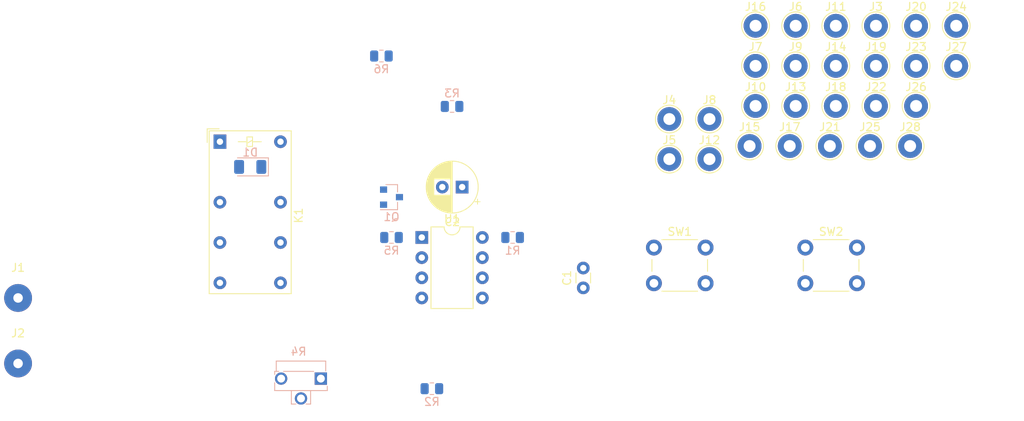
<source format=kicad_pcb>
(kicad_pcb (version 20171130) (host pcbnew "(5.1.8)-1")

  (general
    (thickness 1.6)
    (drawings 0)
    (tracks 2)
    (zones 0)
    (modules 42)
    (nets 15)
  )

  (page A4)
  (layers
    (0 F.Cu signal)
    (31 B.Cu signal)
    (32 B.Adhes user)
    (33 F.Adhes user)
    (34 B.Paste user)
    (35 F.Paste user)
    (36 B.SilkS user)
    (37 F.SilkS user)
    (38 B.Mask user)
    (39 F.Mask user)
    (40 Dwgs.User user)
    (41 Cmts.User user)
    (42 Eco1.User user)
    (43 Eco2.User user)
    (44 Edge.Cuts user)
    (45 Margin user)
    (46 B.CrtYd user)
    (47 F.CrtYd user)
    (48 B.Fab user)
    (49 F.Fab user)
  )

  (setup
    (last_trace_width 0.25)
    (user_trace_width 1)
    (user_trace_width 2)
    (user_trace_width 2.6)
    (trace_clearance 0.2)
    (zone_clearance 0.508)
    (zone_45_only no)
    (trace_min 0.2)
    (via_size 0.8)
    (via_drill 0.4)
    (via_min_size 0.4)
    (via_min_drill 0.3)
    (uvia_size 0.3)
    (uvia_drill 0.1)
    (uvias_allowed no)
    (uvia_min_size 0.2)
    (uvia_min_drill 0.1)
    (edge_width 0.05)
    (segment_width 0.2)
    (pcb_text_width 0.3)
    (pcb_text_size 1.5 1.5)
    (mod_edge_width 0.12)
    (mod_text_size 1 1)
    (mod_text_width 0.15)
    (pad_size 1.524 1.524)
    (pad_drill 0.762)
    (pad_to_mask_clearance 0.051)
    (solder_mask_min_width 0.25)
    (aux_axis_origin 0 0)
    (visible_elements 7FFFFFFF)
    (pcbplotparams
      (layerselection 0x010fc_ffffffff)
      (usegerberextensions false)
      (usegerberattributes false)
      (usegerberadvancedattributes false)
      (creategerberjobfile false)
      (excludeedgelayer true)
      (linewidth 0.100000)
      (plotframeref false)
      (viasonmask false)
      (mode 1)
      (useauxorigin false)
      (hpglpennumber 1)
      (hpglpenspeed 20)
      (hpglpendiameter 15.000000)
      (psnegative false)
      (psa4output false)
      (plotreference true)
      (plotvalue true)
      (plotinvisibletext false)
      (padsonsilk false)
      (subtractmaskfromsilk false)
      (outputformat 1)
      (mirror false)
      (drillshape 1)
      (scaleselection 1)
      (outputdirectory ""))
  )

  (net 0 "")
  (net 1 GND)
  (net 2 "Net-(C1-Pad1)")
  (net 3 "Net-(C2-Pad1)")
  (net 4 "Net-(D1-Pad2)")
  (net 5 +12V)
  (net 6 "Net-(K1-Pad12)")
  (net 7 "Net-(K1-Pad22)")
  (net 8 "Net-(Q1-Pad2)")
  (net 9 "Net-(R1-Pad2)")
  (net 10 "Net-(R2-Pad2)")
  (net 11 "Net-(J10-Pad1)")
  (net 12 "Net-(J18-Pad1)")
  (net 13 "Net-(R3-Pad2)")
  (net 14 "Net-(R5-Pad1)")

  (net_class Default "Toto je výchozí třída sítě."
    (clearance 0.2)
    (trace_width 0.25)
    (via_dia 0.8)
    (via_drill 0.4)
    (uvia_dia 0.3)
    (uvia_drill 0.1)
    (add_net +12V)
    (add_net GND)
    (add_net "Net-(C1-Pad1)")
    (add_net "Net-(C2-Pad1)")
    (add_net "Net-(D1-Pad2)")
    (add_net "Net-(J10-Pad1)")
    (add_net "Net-(J18-Pad1)")
    (add_net "Net-(K1-Pad12)")
    (add_net "Net-(K1-Pad22)")
    (add_net "Net-(Q1-Pad2)")
    (add_net "Net-(R1-Pad2)")
    (add_net "Net-(R2-Pad2)")
    (add_net "Net-(R3-Pad2)")
    (add_net "Net-(R5-Pad1)")
  )

  (module Capacitor_THT:C_Disc_D3.0mm_W1.6mm_P2.50mm (layer F.Cu) (tedit 5AE50EF0) (tstamp 5FCFFCFB)
    (at 175.26 76.2 90)
    (descr "C, Disc series, Radial, pin pitch=2.50mm, , diameter*width=3.0*1.6mm^2, Capacitor, http://www.vishay.com/docs/45233/krseries.pdf")
    (tags "C Disc series Radial pin pitch 2.50mm  diameter 3.0mm width 1.6mm Capacitor")
    (path /5FD2F872)
    (fp_text reference C1 (at 1.25 -2.05 90) (layer F.SilkS)
      (effects (font (size 1 1) (thickness 0.15)))
    )
    (fp_text value 100n (at 1.25 2.05 90) (layer F.Fab)
      (effects (font (size 1 1) (thickness 0.15)))
    )
    (fp_text user %R (at 1.25 0 90) (layer F.Fab)
      (effects (font (size 0.6 0.6) (thickness 0.09)))
    )
    (fp_line (start -0.25 -0.8) (end -0.25 0.8) (layer F.Fab) (width 0.1))
    (fp_line (start -0.25 0.8) (end 2.75 0.8) (layer F.Fab) (width 0.1))
    (fp_line (start 2.75 0.8) (end 2.75 -0.8) (layer F.Fab) (width 0.1))
    (fp_line (start 2.75 -0.8) (end -0.25 -0.8) (layer F.Fab) (width 0.1))
    (fp_line (start 0.621 -0.92) (end 1.879 -0.92) (layer F.SilkS) (width 0.12))
    (fp_line (start 0.621 0.92) (end 1.879 0.92) (layer F.SilkS) (width 0.12))
    (fp_line (start -1.05 -1.05) (end -1.05 1.05) (layer F.CrtYd) (width 0.05))
    (fp_line (start -1.05 1.05) (end 3.55 1.05) (layer F.CrtYd) (width 0.05))
    (fp_line (start 3.55 1.05) (end 3.55 -1.05) (layer F.CrtYd) (width 0.05))
    (fp_line (start 3.55 -1.05) (end -1.05 -1.05) (layer F.CrtYd) (width 0.05))
    (pad 2 thru_hole circle (at 2.5 0 90) (size 1.6 1.6) (drill 0.8) (layers *.Cu *.Mask)
      (net 1 GND))
    (pad 1 thru_hole circle (at 0 0 90) (size 1.6 1.6) (drill 0.8) (layers *.Cu *.Mask)
      (net 2 "Net-(C1-Pad1)"))
    (model ${KISYS3DMOD}/Capacitor_THT.3dshapes/C_Disc_D3.0mm_W1.6mm_P2.50mm.wrl
      (at (xyz 0 0 0))
      (scale (xyz 1 1 1))
      (rotate (xyz 0 0 0))
    )
  )

  (module Resistor_SMD:R_0805_2012Metric (layer B.Cu) (tedit 5F68FEEE) (tstamp 5FD9D720)
    (at 149.86 46.99)
    (descr "Resistor SMD 0805 (2012 Metric), square (rectangular) end terminal, IPC_7351 nominal, (Body size source: IPC-SM-782 page 72, https://www.pcb-3d.com/wordpress/wp-content/uploads/ipc-sm-782a_amendment_1_and_2.pdf), generated with kicad-footprint-generator")
    (tags resistor)
    (path /5FCFBC16)
    (attr smd)
    (fp_text reference R6 (at 0 1.65) (layer B.SilkS)
      (effects (font (size 1 1) (thickness 0.15)) (justify mirror))
    )
    (fp_text value 10k (at 0 -1.65) (layer B.Fab)
      (effects (font (size 1 1) (thickness 0.15)) (justify mirror))
    )
    (fp_text user %R (at 0 0) (layer B.Fab)
      (effects (font (size 0.5 0.5) (thickness 0.08)) (justify mirror))
    )
    (fp_line (start -1 -0.625) (end -1 0.625) (layer B.Fab) (width 0.1))
    (fp_line (start -1 0.625) (end 1 0.625) (layer B.Fab) (width 0.1))
    (fp_line (start 1 0.625) (end 1 -0.625) (layer B.Fab) (width 0.1))
    (fp_line (start 1 -0.625) (end -1 -0.625) (layer B.Fab) (width 0.1))
    (fp_line (start -0.227064 0.735) (end 0.227064 0.735) (layer B.SilkS) (width 0.12))
    (fp_line (start -0.227064 -0.735) (end 0.227064 -0.735) (layer B.SilkS) (width 0.12))
    (fp_line (start -1.68 -0.95) (end -1.68 0.95) (layer B.CrtYd) (width 0.05))
    (fp_line (start -1.68 0.95) (end 1.68 0.95) (layer B.CrtYd) (width 0.05))
    (fp_line (start 1.68 0.95) (end 1.68 -0.95) (layer B.CrtYd) (width 0.05))
    (fp_line (start 1.68 -0.95) (end -1.68 -0.95) (layer B.CrtYd) (width 0.05))
    (pad 2 smd roundrect (at 0.9125 0) (size 1.025 1.4) (layers B.Cu B.Paste B.Mask) (roundrect_rratio 0.243902)
      (net 1 GND))
    (pad 1 smd roundrect (at -0.9125 0) (size 1.025 1.4) (layers B.Cu B.Paste B.Mask) (roundrect_rratio 0.243902)
      (net 8 "Net-(Q1-Pad2)"))
    (model ${KISYS3DMOD}/Resistor_SMD.3dshapes/R_0805_2012Metric.wrl
      (at (xyz 0 0 0))
      (scale (xyz 1 1 1))
      (rotate (xyz 0 0 0))
    )
  )

  (module Potentiometer_THT:Potentiometer_Runtron_RM-063_Horizontal (layer B.Cu) (tedit 5BF67573) (tstamp 5FCFFE81)
    (at 142.24 87.63 180)
    (descr "Potentiometer, horizontal, Trimmer, RM-063 http://www.runtron.com/down/PDF%20Datasheet/Carbon%20Film%20Potentiometer/RM065%20RM063.pdf")
    (tags "Potentiometer Trimmer RM-063")
    (path /5FF56959)
    (fp_text reference R4 (at 2.8 3.4) (layer B.SilkS)
      (effects (font (size 1 1) (thickness 0.15)) (justify mirror))
    )
    (fp_text value 50k (at 2.4 -4.5) (layer B.Fab)
      (effects (font (size 1 1) (thickness 0.15)) (justify mirror))
    )
    (fp_text user %R (at 2.5 -0.3) (layer B.Fab)
      (effects (font (size 1 1) (thickness 0.15)) (justify mirror))
    )
    (fp_line (start -0.7 0.8) (end -0.7 -1.4) (layer B.Fab) (width 0.1))
    (fp_line (start 5.7 -1.4) (end 5.7 0.8) (layer B.Fab) (width 0.1))
    (fp_line (start -0.5 0.8) (end -0.5 2.1) (layer B.Fab) (width 0.1))
    (fp_line (start -0.5 2.1) (end 5.5 2.1) (layer B.Fab) (width 0.1))
    (fp_line (start 5.5 0.8) (end 5.5 2.1) (layer B.Fab) (width 0.1))
    (fp_line (start 5.7 0.8) (end -0.7 0.8) (layer B.Fab) (width 0.1))
    (fp_line (start 6.03 -3.53) (end -1.03 -3.53) (layer B.CrtYd) (width 0.05))
    (fp_line (start 6.03 -3.53) (end 6.03 2.35) (layer B.CrtYd) (width 0.05))
    (fp_line (start -1.03 2.35) (end -1.03 -3.53) (layer B.CrtYd) (width 0.05))
    (fp_line (start -1.03 2.35) (end 6.03 2.35) (layer B.CrtYd) (width 0.05))
    (fp_line (start 5.7 -1.4) (end -0.7 -1.4) (layer B.Fab) (width 0.1))
    (fp_line (start 3.6 -1.4) (end 3.6 -3.1) (layer B.Fab) (width 0.1))
    (fp_line (start 1.4 -3.1) (end 1.4 -1.4) (layer B.Fab) (width 0.1))
    (fp_line (start 3.6 -3.1) (end 1.4 -3.1) (layer B.Fab) (width 0.1))
    (fp_line (start -0.61 0.96) (end -0.61 2.2) (layer B.SilkS) (width 0.12))
    (fp_line (start -0.61 2.21) (end 5.61 2.21) (layer B.SilkS) (width 0.12))
    (fp_line (start 5.61 2.21) (end 5.61 0.91) (layer B.SilkS) (width 0.12))
    (fp_line (start 0.9 0.91) (end 4.7 0.91) (layer B.SilkS) (width 0.12))
    (fp_line (start -0.81 -0.96) (end -0.81 -1.51) (layer B.SilkS) (width 0.12))
    (fp_line (start -0.81 -1.51) (end 5.81 -1.51) (layer B.SilkS) (width 0.12))
    (fp_line (start 5.81 -1.51) (end 5.81 -0.52) (layer B.SilkS) (width 0.12))
    (fp_line (start 5.29 0.91) (end 5.81 0.91) (layer B.SilkS) (width 0.12))
    (fp_line (start 5.81 0.91) (end 5.81 0.52) (layer B.SilkS) (width 0.12))
    (fp_line (start 1.29 -1.51) (end 1.29 -3.21) (layer B.SilkS) (width 0.12))
    (fp_line (start 3.71 -1.51) (end 3.71 -3.21) (layer B.SilkS) (width 0.12))
    (fp_line (start 1.29 -3.21) (end 1.86 -3.21) (layer B.SilkS) (width 0.12))
    (fp_line (start 3.14 -3.21) (end 3.71 -3.21) (layer B.SilkS) (width 0.12))
    (pad 3 thru_hole circle (at 5 0 180) (size 1.55 1.55) (drill 1) (layers *.Cu *.Mask))
    (pad 1 thru_hole rect (at 0 0 180) (size 1.55 1.55) (drill 1) (layers *.Cu *.Mask)
      (net 9 "Net-(R1-Pad2)"))
    (pad 2 thru_hole circle (at 2.5 -2.5 180) (size 1.55 1.55) (drill 1) (layers *.Cu *.Mask)
      (net 3 "Net-(C2-Pad1)"))
    (model ${KISYS3DMOD}/Potentiometer_THT.3dshapes/Potentiometer_Runtron_RM-063_Horizontal.wrl
      (at (xyz 0 0 0))
      (scale (xyz 1 1 1))
      (rotate (xyz 0 0 0))
    )
  )

  (module Diode_SMD:D_1206_3216Metric (layer B.Cu) (tedit 5F68FEF0) (tstamp 5FCFFDAE)
    (at 133.35 60.96 180)
    (descr "Diode SMD 1206 (3216 Metric), square (rectangular) end terminal, IPC_7351 nominal, (Body size source: http://www.tortai-tech.com/upload/download/2011102023233369053.pdf), generated with kicad-footprint-generator")
    (tags diode)
    (path /5FD092BB)
    (attr smd)
    (fp_text reference D1 (at 0 1.82) (layer B.SilkS)
      (effects (font (size 1 1) (thickness 0.15)) (justify mirror))
    )
    (fp_text value 1N4001 (at 0 -1.82) (layer B.Fab)
      (effects (font (size 1 1) (thickness 0.15)) (justify mirror))
    )
    (fp_text user %R (at 0 0) (layer B.Fab)
      (effects (font (size 0.8 0.8) (thickness 0.12)) (justify mirror))
    )
    (fp_line (start 1.6 0.8) (end -1.2 0.8) (layer B.Fab) (width 0.1))
    (fp_line (start -1.2 0.8) (end -1.6 0.4) (layer B.Fab) (width 0.1))
    (fp_line (start -1.6 0.4) (end -1.6 -0.8) (layer B.Fab) (width 0.1))
    (fp_line (start -1.6 -0.8) (end 1.6 -0.8) (layer B.Fab) (width 0.1))
    (fp_line (start 1.6 -0.8) (end 1.6 0.8) (layer B.Fab) (width 0.1))
    (fp_line (start 1.6 1.135) (end -2.285 1.135) (layer B.SilkS) (width 0.12))
    (fp_line (start -2.285 1.135) (end -2.285 -1.135) (layer B.SilkS) (width 0.12))
    (fp_line (start -2.285 -1.135) (end 1.6 -1.135) (layer B.SilkS) (width 0.12))
    (fp_line (start -2.28 -1.12) (end -2.28 1.12) (layer B.CrtYd) (width 0.05))
    (fp_line (start -2.28 1.12) (end 2.28 1.12) (layer B.CrtYd) (width 0.05))
    (fp_line (start 2.28 1.12) (end 2.28 -1.12) (layer B.CrtYd) (width 0.05))
    (fp_line (start 2.28 -1.12) (end -2.28 -1.12) (layer B.CrtYd) (width 0.05))
    (pad 2 smd roundrect (at 1.4 0 180) (size 1.25 1.75) (layers B.Cu B.Paste B.Mask) (roundrect_rratio 0.2)
      (net 4 "Net-(D1-Pad2)"))
    (pad 1 smd roundrect (at -1.4 0 180) (size 1.25 1.75) (layers B.Cu B.Paste B.Mask) (roundrect_rratio 0.2)
      (net 5 +12V))
    (model ${KISYS3DMOD}/Diode_SMD.3dshapes/D_1206_3216Metric.wrl
      (at (xyz 0 0 0))
      (scale (xyz 1 1 1))
      (rotate (xyz 0 0 0))
    )
  )

  (module Resistor_SMD:R_0805_2012Metric (layer B.Cu) (tedit 5F68FEEE) (tstamp 5FCFFE98)
    (at 151.13 69.85)
    (descr "Resistor SMD 0805 (2012 Metric), square (rectangular) end terminal, IPC_7351 nominal, (Body size source: IPC-SM-782 page 72, https://www.pcb-3d.com/wordpress/wp-content/uploads/ipc-sm-782a_amendment_1_and_2.pdf), generated with kicad-footprint-generator")
    (tags resistor)
    (path /5FD01970)
    (attr smd)
    (fp_text reference R5 (at 0 1.65) (layer B.SilkS)
      (effects (font (size 1 1) (thickness 0.15)) (justify mirror))
    )
    (fp_text value 4k7 (at 0 -1.65) (layer B.Fab)
      (effects (font (size 1 1) (thickness 0.15)) (justify mirror))
    )
    (fp_text user %R (at 0 0) (layer B.Fab)
      (effects (font (size 0.5 0.5) (thickness 0.08)) (justify mirror))
    )
    (fp_line (start -1 -0.625) (end -1 0.625) (layer B.Fab) (width 0.1))
    (fp_line (start -1 0.625) (end 1 0.625) (layer B.Fab) (width 0.1))
    (fp_line (start 1 0.625) (end 1 -0.625) (layer B.Fab) (width 0.1))
    (fp_line (start 1 -0.625) (end -1 -0.625) (layer B.Fab) (width 0.1))
    (fp_line (start -0.227064 0.735) (end 0.227064 0.735) (layer B.SilkS) (width 0.12))
    (fp_line (start -0.227064 -0.735) (end 0.227064 -0.735) (layer B.SilkS) (width 0.12))
    (fp_line (start -1.68 -0.95) (end -1.68 0.95) (layer B.CrtYd) (width 0.05))
    (fp_line (start -1.68 0.95) (end 1.68 0.95) (layer B.CrtYd) (width 0.05))
    (fp_line (start 1.68 0.95) (end 1.68 -0.95) (layer B.CrtYd) (width 0.05))
    (fp_line (start 1.68 -0.95) (end -1.68 -0.95) (layer B.CrtYd) (width 0.05))
    (pad 2 smd roundrect (at 0.9125 0) (size 1.025 1.4) (layers B.Cu B.Paste B.Mask) (roundrect_rratio 0.243902)
      (net 8 "Net-(Q1-Pad2)"))
    (pad 1 smd roundrect (at -0.9125 0) (size 1.025 1.4) (layers B.Cu B.Paste B.Mask) (roundrect_rratio 0.243902)
      (net 14 "Net-(R5-Pad1)"))
    (model ${KISYS3DMOD}/Resistor_SMD.3dshapes/R_0805_2012Metric.wrl
      (at (xyz 0 0 0))
      (scale (xyz 1 1 1))
      (rotate (xyz 0 0 0))
    )
  )

  (module Resistor_SMD:R_0805_2012Metric (layer B.Cu) (tedit 5F68FEEE) (tstamp 5FCFFE6A)
    (at 158.75 53.34 180)
    (descr "Resistor SMD 0805 (2012 Metric), square (rectangular) end terminal, IPC_7351 nominal, (Body size source: IPC-SM-782 page 72, https://www.pcb-3d.com/wordpress/wp-content/uploads/ipc-sm-782a_amendment_1_and_2.pdf), generated with kicad-footprint-generator")
    (tags resistor)
    (path /5FCFB6B1)
    (attr smd)
    (fp_text reference R3 (at 0 1.65) (layer B.SilkS)
      (effects (font (size 1 1) (thickness 0.15)) (justify mirror))
    )
    (fp_text value 10k (at 0 -1.65) (layer B.Fab)
      (effects (font (size 1 1) (thickness 0.15)) (justify mirror))
    )
    (fp_text user %R (at 0 0) (layer B.Fab)
      (effects (font (size 0.5 0.5) (thickness 0.08)) (justify mirror))
    )
    (fp_line (start -1 -0.625) (end -1 0.625) (layer B.Fab) (width 0.1))
    (fp_line (start -1 0.625) (end 1 0.625) (layer B.Fab) (width 0.1))
    (fp_line (start 1 0.625) (end 1 -0.625) (layer B.Fab) (width 0.1))
    (fp_line (start 1 -0.625) (end -1 -0.625) (layer B.Fab) (width 0.1))
    (fp_line (start -0.227064 0.735) (end 0.227064 0.735) (layer B.SilkS) (width 0.12))
    (fp_line (start -0.227064 -0.735) (end 0.227064 -0.735) (layer B.SilkS) (width 0.12))
    (fp_line (start -1.68 -0.95) (end -1.68 0.95) (layer B.CrtYd) (width 0.05))
    (fp_line (start -1.68 0.95) (end 1.68 0.95) (layer B.CrtYd) (width 0.05))
    (fp_line (start 1.68 0.95) (end 1.68 -0.95) (layer B.CrtYd) (width 0.05))
    (fp_line (start 1.68 -0.95) (end -1.68 -0.95) (layer B.CrtYd) (width 0.05))
    (pad 2 smd roundrect (at 0.9125 0 180) (size 1.025 1.4) (layers B.Cu B.Paste B.Mask) (roundrect_rratio 0.243902)
      (net 13 "Net-(R3-Pad2)"))
    (pad 1 smd roundrect (at -0.9125 0 180) (size 1.025 1.4) (layers B.Cu B.Paste B.Mask) (roundrect_rratio 0.243902)
      (net 5 +12V))
    (model ${KISYS3DMOD}/Resistor_SMD.3dshapes/R_0805_2012Metric.wrl
      (at (xyz 0 0 0))
      (scale (xyz 1 1 1))
      (rotate (xyz 0 0 0))
    )
  )

  (module Resistor_SMD:R_0805_2012Metric (layer B.Cu) (tedit 5F68FEEE) (tstamp 5FCFFE53)
    (at 156.21 88.9)
    (descr "Resistor SMD 0805 (2012 Metric), square (rectangular) end terminal, IPC_7351 nominal, (Body size source: IPC-SM-782 page 72, https://www.pcb-3d.com/wordpress/wp-content/uploads/ipc-sm-782a_amendment_1_and_2.pdf), generated with kicad-footprint-generator")
    (tags resistor)
    (path /5FCFA686)
    (attr smd)
    (fp_text reference R2 (at 0 1.65) (layer B.SilkS)
      (effects (font (size 1 1) (thickness 0.15)) (justify mirror))
    )
    (fp_text value 10k (at 0 -1.65) (layer B.Fab)
      (effects (font (size 1 1) (thickness 0.15)) (justify mirror))
    )
    (fp_text user %R (at 0 0) (layer B.Fab)
      (effects (font (size 0.5 0.5) (thickness 0.08)) (justify mirror))
    )
    (fp_line (start -1 -0.625) (end -1 0.625) (layer B.Fab) (width 0.1))
    (fp_line (start -1 0.625) (end 1 0.625) (layer B.Fab) (width 0.1))
    (fp_line (start 1 0.625) (end 1 -0.625) (layer B.Fab) (width 0.1))
    (fp_line (start 1 -0.625) (end -1 -0.625) (layer B.Fab) (width 0.1))
    (fp_line (start -0.227064 0.735) (end 0.227064 0.735) (layer B.SilkS) (width 0.12))
    (fp_line (start -0.227064 -0.735) (end 0.227064 -0.735) (layer B.SilkS) (width 0.12))
    (fp_line (start -1.68 -0.95) (end -1.68 0.95) (layer B.CrtYd) (width 0.05))
    (fp_line (start -1.68 0.95) (end 1.68 0.95) (layer B.CrtYd) (width 0.05))
    (fp_line (start 1.68 0.95) (end 1.68 -0.95) (layer B.CrtYd) (width 0.05))
    (fp_line (start 1.68 -0.95) (end -1.68 -0.95) (layer B.CrtYd) (width 0.05))
    (pad 2 smd roundrect (at 0.9125 0) (size 1.025 1.4) (layers B.Cu B.Paste B.Mask) (roundrect_rratio 0.243902)
      (net 10 "Net-(R2-Pad2)"))
    (pad 1 smd roundrect (at -0.9125 0) (size 1.025 1.4) (layers B.Cu B.Paste B.Mask) (roundrect_rratio 0.243902)
      (net 5 +12V))
    (model ${KISYS3DMOD}/Resistor_SMD.3dshapes/R_0805_2012Metric.wrl
      (at (xyz 0 0 0))
      (scale (xyz 1 1 1))
      (rotate (xyz 0 0 0))
    )
  )

  (module Resistor_SMD:R_0805_2012Metric (layer B.Cu) (tedit 5F68FEEE) (tstamp 5FCFFE3C)
    (at 166.37 69.85)
    (descr "Resistor SMD 0805 (2012 Metric), square (rectangular) end terminal, IPC_7351 nominal, (Body size source: IPC-SM-782 page 72, https://www.pcb-3d.com/wordpress/wp-content/uploads/ipc-sm-782a_amendment_1_and_2.pdf), generated with kicad-footprint-generator")
    (tags resistor)
    (path /5FCFB058)
    (attr smd)
    (fp_text reference R1 (at 0 1.65) (layer B.SilkS)
      (effects (font (size 1 1) (thickness 0.15)) (justify mirror))
    )
    (fp_text value 420k (at 0 -1.65) (layer B.Fab)
      (effects (font (size 1 1) (thickness 0.15)) (justify mirror))
    )
    (fp_text user %R (at 0 0) (layer B.Fab)
      (effects (font (size 0.5 0.5) (thickness 0.08)) (justify mirror))
    )
    (fp_line (start -1 -0.625) (end -1 0.625) (layer B.Fab) (width 0.1))
    (fp_line (start -1 0.625) (end 1 0.625) (layer B.Fab) (width 0.1))
    (fp_line (start 1 0.625) (end 1 -0.625) (layer B.Fab) (width 0.1))
    (fp_line (start 1 -0.625) (end -1 -0.625) (layer B.Fab) (width 0.1))
    (fp_line (start -0.227064 0.735) (end 0.227064 0.735) (layer B.SilkS) (width 0.12))
    (fp_line (start -0.227064 -0.735) (end 0.227064 -0.735) (layer B.SilkS) (width 0.12))
    (fp_line (start -1.68 -0.95) (end -1.68 0.95) (layer B.CrtYd) (width 0.05))
    (fp_line (start -1.68 0.95) (end 1.68 0.95) (layer B.CrtYd) (width 0.05))
    (fp_line (start 1.68 0.95) (end 1.68 -0.95) (layer B.CrtYd) (width 0.05))
    (fp_line (start 1.68 -0.95) (end -1.68 -0.95) (layer B.CrtYd) (width 0.05))
    (pad 2 smd roundrect (at 0.9125 0) (size 1.025 1.4) (layers B.Cu B.Paste B.Mask) (roundrect_rratio 0.243902)
      (net 9 "Net-(R1-Pad2)"))
    (pad 1 smd roundrect (at -0.9125 0) (size 1.025 1.4) (layers B.Cu B.Paste B.Mask) (roundrect_rratio 0.243902)
      (net 5 +12V))
    (model ${KISYS3DMOD}/Resistor_SMD.3dshapes/R_0805_2012Metric.wrl
      (at (xyz 0 0 0))
      (scale (xyz 1 1 1))
      (rotate (xyz 0 0 0))
    )
  )

  (module Package_TO_SOT_SMD:SOT-23 (layer B.Cu) (tedit 5A02FF57) (tstamp 5FCFFE25)
    (at 151.13 64.77)
    (descr "SOT-23, Standard")
    (tags SOT-23)
    (path /5FCFC78D)
    (attr smd)
    (fp_text reference Q1 (at 0 2.5) (layer B.SilkS)
      (effects (font (size 1 1) (thickness 0.15)) (justify mirror))
    )
    (fp_text value BC337 (at 0 -2.5) (layer B.Fab)
      (effects (font (size 1 1) (thickness 0.15)) (justify mirror))
    )
    (fp_text user %R (at 0 0 270) (layer B.Fab)
      (effects (font (size 0.5 0.5) (thickness 0.075)) (justify mirror))
    )
    (fp_line (start -0.7 0.95) (end -0.7 -1.5) (layer B.Fab) (width 0.1))
    (fp_line (start -0.15 1.52) (end 0.7 1.52) (layer B.Fab) (width 0.1))
    (fp_line (start -0.7 0.95) (end -0.15 1.52) (layer B.Fab) (width 0.1))
    (fp_line (start 0.7 1.52) (end 0.7 -1.52) (layer B.Fab) (width 0.1))
    (fp_line (start -0.7 -1.52) (end 0.7 -1.52) (layer B.Fab) (width 0.1))
    (fp_line (start 0.76 -1.58) (end 0.76 -0.65) (layer B.SilkS) (width 0.12))
    (fp_line (start 0.76 1.58) (end 0.76 0.65) (layer B.SilkS) (width 0.12))
    (fp_line (start -1.7 1.75) (end 1.7 1.75) (layer B.CrtYd) (width 0.05))
    (fp_line (start 1.7 1.75) (end 1.7 -1.75) (layer B.CrtYd) (width 0.05))
    (fp_line (start 1.7 -1.75) (end -1.7 -1.75) (layer B.CrtYd) (width 0.05))
    (fp_line (start -1.7 -1.75) (end -1.7 1.75) (layer B.CrtYd) (width 0.05))
    (fp_line (start 0.76 1.58) (end -1.4 1.58) (layer B.SilkS) (width 0.12))
    (fp_line (start 0.76 -1.58) (end -0.7 -1.58) (layer B.SilkS) (width 0.12))
    (pad 3 smd rect (at 1 0) (size 0.9 0.8) (layers B.Cu B.Paste B.Mask)
      (net 1 GND))
    (pad 2 smd rect (at -1 -0.95) (size 0.9 0.8) (layers B.Cu B.Paste B.Mask)
      (net 8 "Net-(Q1-Pad2)"))
    (pad 1 smd rect (at -1 0.95) (size 0.9 0.8) (layers B.Cu B.Paste B.Mask)
      (net 4 "Net-(D1-Pad2)"))
    (model ${KISYS3DMOD}/Package_TO_SOT_SMD.3dshapes/SOT-23.wrl
      (at (xyz 0 0 0))
      (scale (xyz 1 1 1))
      (rotate (xyz 0 0 0))
    )
  )

  (module Relay_THT:Relay_DPDT_Finder_30.22 (layer F.Cu) (tedit 5E9CCCFB) (tstamp 5FCFFE13)
    (at 129.54 57.785 270)
    (descr "Finder 32.21-x000 Relay, DPDT, https://gfinder.findernet.com/public/attachments/30/EN/S30EN.pdf")
    (tags "AXICOM IM-Series Relay SPDT")
    (path /5FD03F62)
    (fp_text reference K1 (at 9.3 -9.9 90) (layer F.SilkS)
      (effects (font (size 1 1) (thickness 0.15)))
    )
    (fp_text value RSM822 (at 8.4 2.4 90) (layer F.Fab)
      (effects (font (size 1 1) (thickness 0.15)))
    )
    (fp_text user %R (at 10.2 -4.1 270) (layer F.Fab)
      (effects (font (size 1 1) (thickness 0.15)))
    )
    (fp_line (start 0.26 1.24) (end -1.26 -0.24) (layer F.Fab) (width 0.1))
    (fp_line (start 0.1 1.6) (end -1.62 1.6) (layer F.SilkS) (width 0.12))
    (fp_line (start -1.62 1.6) (end -1.62 0.1) (layer F.SilkS) (width 0.12))
    (fp_line (start 19.15 1.35) (end -1.37 1.35) (layer F.SilkS) (width 0.12))
    (fp_line (start -1.37 1.35) (end -1.37 -8.97) (layer F.SilkS) (width 0.12))
    (fp_line (start -1.37 -8.97) (end 19.15 -8.97) (layer F.SilkS) (width 0.12))
    (fp_line (start 19.15 -8.97) (end 19.15 1.35) (layer F.SilkS) (width 0.12))
    (fp_line (start -1.26 -0.24) (end -1.26 -8.86) (layer F.Fab) (width 0.1))
    (fp_line (start -1.26 -8.86) (end 19.04 -8.86) (layer F.Fab) (width 0.1))
    (fp_line (start 19.04 -8.86) (end 19.04 1.24) (layer F.Fab) (width 0.1))
    (fp_line (start 19.04 1.24) (end 0.26 1.24) (layer F.Fab) (width 0.1))
    (fp_line (start 0 -3.4) (end 0 -2.3) (layer F.SilkS) (width 0.12))
    (fp_line (start 0 -4.1) (end 0 -5.2) (layer F.SilkS) (width 0.12))
    (fp_line (start 0.2 -3.4) (end -0.2 -4.1) (layer F.SilkS) (width 0.12))
    (fp_line (start -0.6 -3.4) (end 0.6 -3.4) (layer F.SilkS) (width 0.12))
    (fp_line (start 0.6 -3.4) (end 0.6 -4.1) (layer F.SilkS) (width 0.12))
    (fp_line (start 0.6 -4.1) (end -0.6 -4.1) (layer F.SilkS) (width 0.12))
    (fp_line (start -0.6 -4.1) (end -0.6 -3.4) (layer F.SilkS) (width 0.12))
    (fp_line (start 0 -2.3) (end 0 -5.2) (layer F.Fab) (width 0.1))
    (fp_line (start -1.51 -9.11) (end 19.29 -9.11) (layer F.CrtYd) (width 0.05))
    (fp_line (start -1.51 -9.11) (end -1.51 1.49) (layer F.CrtYd) (width 0.05))
    (fp_line (start 19.29 1.49) (end 19.29 -9.11) (layer F.CrtYd) (width 0.05))
    (fp_line (start 19.29 1.49) (end -1.51 1.49) (layer F.CrtYd) (width 0.05))
    (pad 12 thru_hole circle (at 12.7 0) (size 1.6 1.6) (drill 0.8) (layers *.Cu *.Mask)
      (net 6 "Net-(K1-Pad12)"))
    (pad 14 thru_hole circle (at 17.78 0) (size 1.6 1.6) (drill 0.8) (layers *.Cu *.Mask)
      (net 11 "Net-(J10-Pad1)"))
    (pad 11 thru_hole circle (at 7.62 0) (size 1.6 1.6) (drill 0.8) (layers *.Cu *.Mask)
      (net 5 +12V))
    (pad A2 thru_hole circle (at 0 -7.62) (size 1.6 1.6) (drill 0.8) (layers *.Cu *.Mask)
      (net 5 +12V))
    (pad A1 thru_hole rect (at 0 0) (size 1.6 1.8) (drill 0.8) (layers *.Cu *.Mask)
      (net 4 "Net-(D1-Pad2)"))
    (pad 24 thru_hole circle (at 17.78 -7.62 90) (size 1.6 1.6) (drill 0.8) (layers *.Cu *.Mask)
      (net 12 "Net-(J18-Pad1)"))
    (pad 22 thru_hole circle (at 12.7 -7.62) (size 1.6 1.6) (drill 0.8) (layers *.Cu *.Mask)
      (net 7 "Net-(K1-Pad22)"))
    (pad 21 thru_hole circle (at 7.62 -7.62) (size 1.6 1.6) (drill 0.8) (layers *.Cu *.Mask)
      (net 5 +12V))
    (model ${KISYS3DMOD}/Relay_THT.3dshapes/Relay_DPDT_Finder_30.22.wrl
      (at (xyz 0 0 0))
      (scale (xyz 1 1 1))
      (rotate (xyz 0 0 0))
    )
  )

  (module Package_DIP:DIP-8_W7.62mm (layer F.Cu) (tedit 5A02E8C5) (tstamp 5FD986EF)
    (at 154.94 69.85)
    (descr "8-lead though-hole mounted DIP package, row spacing 7.62 mm (300 mils)")
    (tags "THT DIP DIL PDIP 2.54mm 7.62mm 300mil")
    (path /5FEADACF)
    (fp_text reference U1 (at 3.81 -2.33) (layer F.SilkS)
      (effects (font (size 1 1) (thickness 0.15)))
    )
    (fp_text value LMC555xN (at 3.81 9.95) (layer F.Fab)
      (effects (font (size 1 1) (thickness 0.15)))
    )
    (fp_text user %R (at 3.81 3.81) (layer F.Fab)
      (effects (font (size 1 1) (thickness 0.15)))
    )
    (fp_arc (start 3.81 -1.33) (end 2.81 -1.33) (angle -180) (layer F.SilkS) (width 0.12))
    (fp_line (start 1.635 -1.27) (end 6.985 -1.27) (layer F.Fab) (width 0.1))
    (fp_line (start 6.985 -1.27) (end 6.985 8.89) (layer F.Fab) (width 0.1))
    (fp_line (start 6.985 8.89) (end 0.635 8.89) (layer F.Fab) (width 0.1))
    (fp_line (start 0.635 8.89) (end 0.635 -0.27) (layer F.Fab) (width 0.1))
    (fp_line (start 0.635 -0.27) (end 1.635 -1.27) (layer F.Fab) (width 0.1))
    (fp_line (start 2.81 -1.33) (end 1.16 -1.33) (layer F.SilkS) (width 0.12))
    (fp_line (start 1.16 -1.33) (end 1.16 8.95) (layer F.SilkS) (width 0.12))
    (fp_line (start 1.16 8.95) (end 6.46 8.95) (layer F.SilkS) (width 0.12))
    (fp_line (start 6.46 8.95) (end 6.46 -1.33) (layer F.SilkS) (width 0.12))
    (fp_line (start 6.46 -1.33) (end 4.81 -1.33) (layer F.SilkS) (width 0.12))
    (fp_line (start -1.1 -1.55) (end -1.1 9.15) (layer F.CrtYd) (width 0.05))
    (fp_line (start -1.1 9.15) (end 8.7 9.15) (layer F.CrtYd) (width 0.05))
    (fp_line (start 8.7 9.15) (end 8.7 -1.55) (layer F.CrtYd) (width 0.05))
    (fp_line (start 8.7 -1.55) (end -1.1 -1.55) (layer F.CrtYd) (width 0.05))
    (pad 8 thru_hole oval (at 7.62 0) (size 1.6 1.6) (drill 0.8) (layers *.Cu *.Mask)
      (net 5 +12V))
    (pad 4 thru_hole oval (at 0 7.62) (size 1.6 1.6) (drill 0.8) (layers *.Cu *.Mask)
      (net 13 "Net-(R3-Pad2)"))
    (pad 7 thru_hole oval (at 7.62 2.54) (size 1.6 1.6) (drill 0.8) (layers *.Cu *.Mask)
      (net 3 "Net-(C2-Pad1)"))
    (pad 3 thru_hole oval (at 0 5.08) (size 1.6 1.6) (drill 0.8) (layers *.Cu *.Mask)
      (net 14 "Net-(R5-Pad1)"))
    (pad 6 thru_hole oval (at 7.62 5.08) (size 1.6 1.6) (drill 0.8) (layers *.Cu *.Mask)
      (net 3 "Net-(C2-Pad1)"))
    (pad 2 thru_hole oval (at 0 2.54) (size 1.6 1.6) (drill 0.8) (layers *.Cu *.Mask)
      (net 10 "Net-(R2-Pad2)"))
    (pad 5 thru_hole oval (at 7.62 7.62) (size 1.6 1.6) (drill 0.8) (layers *.Cu *.Mask)
      (net 2 "Net-(C1-Pad1)"))
    (pad 1 thru_hole rect (at 0 0) (size 1.6 1.6) (drill 0.8) (layers *.Cu *.Mask)
      (net 1 GND))
    (model ${KISYS3DMOD}/Package_DIP.3dshapes/DIP-8_W7.62mm.wrl
      (at (xyz 0 0 0))
      (scale (xyz 1 1 1))
      (rotate (xyz 0 0 0))
    )
  )

  (module TestPoint:TestPoint_THTPad_D3.0mm_Drill1.5mm (layer F.Cu) (tedit 5A0F774F) (tstamp 5FD9853A)
    (at 216.39 58.33)
    (descr "THT pad as test Point, diameter 3.0mm, hole diameter 1.5mm")
    (tags "test point THT pad")
    (path /5FEF7059)
    (attr virtual)
    (fp_text reference J28 (at 0 -2.398) (layer F.SilkS)
      (effects (font (size 1 1) (thickness 0.15)))
    )
    (fp_text value Screw_Terminal_01x01 (at 0 2.55) (layer F.Fab)
      (effects (font (size 1 1) (thickness 0.15)))
    )
    (fp_text user %R (at 0 -2.4) (layer F.Fab)
      (effects (font (size 1 1) (thickness 0.15)))
    )
    (fp_circle (center 0 0) (end 2 0) (layer F.CrtYd) (width 0.05))
    (fp_circle (center 0 0) (end 0 1.75) (layer F.SilkS) (width 0.12))
    (pad 1 thru_hole circle (at 0 0) (size 3 3) (drill 1.5) (layers *.Cu *.Mask)
      (net 12 "Net-(J18-Pad1)"))
  )

  (module TestPoint:TestPoint_THTPad_D3.0mm_Drill1.5mm (layer F.Cu) (tedit 5A0F774F) (tstamp 5FD98532)
    (at 222.19 48.23)
    (descr "THT pad as test Point, diameter 3.0mm, hole diameter 1.5mm")
    (tags "test point THT pad")
    (path /5FEF6E6D)
    (attr virtual)
    (fp_text reference J27 (at 0 -2.398) (layer F.SilkS)
      (effects (font (size 1 1) (thickness 0.15)))
    )
    (fp_text value Screw_Terminal_01x01 (at 0 2.55) (layer F.Fab)
      (effects (font (size 1 1) (thickness 0.15)))
    )
    (fp_text user %R (at 0 -2.4) (layer F.Fab)
      (effects (font (size 1 1) (thickness 0.15)))
    )
    (fp_circle (center 0 0) (end 2 0) (layer F.CrtYd) (width 0.05))
    (fp_circle (center 0 0) (end 0 1.75) (layer F.SilkS) (width 0.12))
    (pad 1 thru_hole circle (at 0 0) (size 3 3) (drill 1.5) (layers *.Cu *.Mask)
      (net 1 GND))
  )

  (module TestPoint:TestPoint_THTPad_D3.0mm_Drill1.5mm (layer F.Cu) (tedit 5A0F774F) (tstamp 5FD9852A)
    (at 217.14 53.28)
    (descr "THT pad as test Point, diameter 3.0mm, hole diameter 1.5mm")
    (tags "test point THT pad")
    (path /5FEF6CAE)
    (attr virtual)
    (fp_text reference J26 (at 0 -2.398) (layer F.SilkS)
      (effects (font (size 1 1) (thickness 0.15)))
    )
    (fp_text value Screw_Terminal_01x01 (at 0 2.55) (layer F.Fab)
      (effects (font (size 1 1) (thickness 0.15)))
    )
    (fp_text user %R (at 0 -2.4) (layer F.Fab)
      (effects (font (size 1 1) (thickness 0.15)))
    )
    (fp_circle (center 0 0) (end 2 0) (layer F.CrtYd) (width 0.05))
    (fp_circle (center 0 0) (end 0 1.75) (layer F.SilkS) (width 0.12))
    (pad 1 thru_hole circle (at 0 0) (size 3 3) (drill 1.5) (layers *.Cu *.Mask)
      (net 12 "Net-(J18-Pad1)"))
  )

  (module TestPoint:TestPoint_THTPad_D3.0mm_Drill1.5mm (layer F.Cu) (tedit 5A0F774F) (tstamp 5FD98522)
    (at 211.34 58.33)
    (descr "THT pad as test Point, diameter 3.0mm, hole diameter 1.5mm")
    (tags "test point THT pad")
    (path /5FEF6B53)
    (attr virtual)
    (fp_text reference J25 (at 0 -2.398) (layer F.SilkS)
      (effects (font (size 1 1) (thickness 0.15)))
    )
    (fp_text value Screw_Terminal_01x01 (at 0 2.55) (layer F.Fab)
      (effects (font (size 1 1) (thickness 0.15)))
    )
    (fp_text user %R (at 0 -2.4) (layer F.Fab)
      (effects (font (size 1 1) (thickness 0.15)))
    )
    (fp_circle (center 0 0) (end 2 0) (layer F.CrtYd) (width 0.05))
    (fp_circle (center 0 0) (end 0 1.75) (layer F.SilkS) (width 0.12))
    (pad 1 thru_hole circle (at 0 0) (size 3 3) (drill 1.5) (layers *.Cu *.Mask)
      (net 1 GND))
  )

  (module TestPoint:TestPoint_THTPad_D3.0mm_Drill1.5mm (layer F.Cu) (tedit 5A0F774F) (tstamp 5FD9851A)
    (at 222.19 43.18)
    (descr "THT pad as test Point, diameter 3.0mm, hole diameter 1.5mm")
    (tags "test point THT pad")
    (path /5FEF69CB)
    (attr virtual)
    (fp_text reference J24 (at 0 -2.398) (layer F.SilkS)
      (effects (font (size 1 1) (thickness 0.15)))
    )
    (fp_text value Screw_Terminal_01x01 (at 0 2.55) (layer F.Fab)
      (effects (font (size 1 1) (thickness 0.15)))
    )
    (fp_text user %R (at 0 -2.4) (layer F.Fab)
      (effects (font (size 1 1) (thickness 0.15)))
    )
    (fp_circle (center 0 0) (end 2 0) (layer F.CrtYd) (width 0.05))
    (fp_circle (center 0 0) (end 0 1.75) (layer F.SilkS) (width 0.12))
    (pad 1 thru_hole circle (at 0 0) (size 3 3) (drill 1.5) (layers *.Cu *.Mask)
      (net 12 "Net-(J18-Pad1)"))
  )

  (module TestPoint:TestPoint_THTPad_D3.0mm_Drill1.5mm (layer F.Cu) (tedit 5A0F774F) (tstamp 5FD98512)
    (at 217.14 48.23)
    (descr "THT pad as test Point, diameter 3.0mm, hole diameter 1.5mm")
    (tags "test point THT pad")
    (path /5FEF67CB)
    (attr virtual)
    (fp_text reference J23 (at 0 -2.398) (layer F.SilkS)
      (effects (font (size 1 1) (thickness 0.15)))
    )
    (fp_text value Screw_Terminal_01x01 (at 0 2.55) (layer F.Fab)
      (effects (font (size 1 1) (thickness 0.15)))
    )
    (fp_text user %R (at 0 -2.4) (layer F.Fab)
      (effects (font (size 1 1) (thickness 0.15)))
    )
    (fp_circle (center 0 0) (end 2 0) (layer F.CrtYd) (width 0.05))
    (fp_circle (center 0 0) (end 0 1.75) (layer F.SilkS) (width 0.12))
    (pad 1 thru_hole circle (at 0 0) (size 3 3) (drill 1.5) (layers *.Cu *.Mask)
      (net 1 GND))
  )

  (module TestPoint:TestPoint_THTPad_D3.0mm_Drill1.5mm (layer F.Cu) (tedit 5A0F774F) (tstamp 5FD9850A)
    (at 212.09 53.28)
    (descr "THT pad as test Point, diameter 3.0mm, hole diameter 1.5mm")
    (tags "test point THT pad")
    (path /5FEF661B)
    (attr virtual)
    (fp_text reference J22 (at 0 -2.398) (layer F.SilkS)
      (effects (font (size 1 1) (thickness 0.15)))
    )
    (fp_text value Screw_Terminal_01x01 (at 0 2.55) (layer F.Fab)
      (effects (font (size 1 1) (thickness 0.15)))
    )
    (fp_text user %R (at 0 -2.4) (layer F.Fab)
      (effects (font (size 1 1) (thickness 0.15)))
    )
    (fp_circle (center 0 0) (end 2 0) (layer F.CrtYd) (width 0.05))
    (fp_circle (center 0 0) (end 0 1.75) (layer F.SilkS) (width 0.12))
    (pad 1 thru_hole circle (at 0 0) (size 3 3) (drill 1.5) (layers *.Cu *.Mask)
      (net 12 "Net-(J18-Pad1)"))
  )

  (module TestPoint:TestPoint_THTPad_D3.0mm_Drill1.5mm (layer F.Cu) (tedit 5A0F774F) (tstamp 5FD98502)
    (at 206.29 58.33)
    (descr "THT pad as test Point, diameter 3.0mm, hole diameter 1.5mm")
    (tags "test point THT pad")
    (path /5FEF644D)
    (attr virtual)
    (fp_text reference J21 (at 0 -2.398) (layer F.SilkS)
      (effects (font (size 1 1) (thickness 0.15)))
    )
    (fp_text value Screw_Terminal_01x01 (at 0 2.55) (layer F.Fab)
      (effects (font (size 1 1) (thickness 0.15)))
    )
    (fp_text user %R (at 0 -2.4) (layer F.Fab)
      (effects (font (size 1 1) (thickness 0.15)))
    )
    (fp_circle (center 0 0) (end 2 0) (layer F.CrtYd) (width 0.05))
    (fp_circle (center 0 0) (end 0 1.75) (layer F.SilkS) (width 0.12))
    (pad 1 thru_hole circle (at 0 0) (size 3 3) (drill 1.5) (layers *.Cu *.Mask)
      (net 1 GND))
  )

  (module TestPoint:TestPoint_THTPad_D3.0mm_Drill1.5mm (layer F.Cu) (tedit 5A0F774F) (tstamp 5FD984FA)
    (at 217.14 43.18)
    (descr "THT pad as test Point, diameter 3.0mm, hole diameter 1.5mm")
    (tags "test point THT pad")
    (path /5FEF626B)
    (attr virtual)
    (fp_text reference J20 (at 0 -2.398) (layer F.SilkS)
      (effects (font (size 1 1) (thickness 0.15)))
    )
    (fp_text value Screw_Terminal_01x01 (at 0 2.55) (layer F.Fab)
      (effects (font (size 1 1) (thickness 0.15)))
    )
    (fp_text user %R (at 0 -2.4) (layer F.Fab)
      (effects (font (size 1 1) (thickness 0.15)))
    )
    (fp_circle (center 0 0) (end 2 0) (layer F.CrtYd) (width 0.05))
    (fp_circle (center 0 0) (end 0 1.75) (layer F.SilkS) (width 0.12))
    (pad 1 thru_hole circle (at 0 0) (size 3 3) (drill 1.5) (layers *.Cu *.Mask)
      (net 12 "Net-(J18-Pad1)"))
  )

  (module TestPoint:TestPoint_THTPad_D3.0mm_Drill1.5mm (layer F.Cu) (tedit 5A0F774F) (tstamp 5FD984F2)
    (at 212.09 48.23)
    (descr "THT pad as test Point, diameter 3.0mm, hole diameter 1.5mm")
    (tags "test point THT pad")
    (path /5FEF608E)
    (attr virtual)
    (fp_text reference J19 (at 0 -2.398) (layer F.SilkS)
      (effects (font (size 1 1) (thickness 0.15)))
    )
    (fp_text value Screw_Terminal_01x01 (at 0 2.55) (layer F.Fab)
      (effects (font (size 1 1) (thickness 0.15)))
    )
    (fp_text user %R (at 0 -2.4) (layer F.Fab)
      (effects (font (size 1 1) (thickness 0.15)))
    )
    (fp_circle (center 0 0) (end 2 0) (layer F.CrtYd) (width 0.05))
    (fp_circle (center 0 0) (end 0 1.75) (layer F.SilkS) (width 0.12))
    (pad 1 thru_hole circle (at 0 0) (size 3 3) (drill 1.5) (layers *.Cu *.Mask)
      (net 1 GND))
  )

  (module TestPoint:TestPoint_THTPad_D3.0mm_Drill1.5mm (layer F.Cu) (tedit 5A0F774F) (tstamp 5FD984EA)
    (at 207.04 53.28)
    (descr "THT pad as test Point, diameter 3.0mm, hole diameter 1.5mm")
    (tags "test point THT pad")
    (path /5FEF5EA2)
    (attr virtual)
    (fp_text reference J18 (at 0 -2.398) (layer F.SilkS)
      (effects (font (size 1 1) (thickness 0.15)))
    )
    (fp_text value Screw_Terminal_01x01 (at 0 2.55) (layer F.Fab)
      (effects (font (size 1 1) (thickness 0.15)))
    )
    (fp_text user %R (at 0 -2.4) (layer F.Fab)
      (effects (font (size 1 1) (thickness 0.15)))
    )
    (fp_circle (center 0 0) (end 2 0) (layer F.CrtYd) (width 0.05))
    (fp_circle (center 0 0) (end 0 1.75) (layer F.SilkS) (width 0.12))
    (pad 1 thru_hole circle (at 0 0) (size 3 3) (drill 1.5) (layers *.Cu *.Mask)
      (net 12 "Net-(J18-Pad1)"))
  )

  (module TestPoint:TestPoint_THTPad_D3.0mm_Drill1.5mm (layer F.Cu) (tedit 5A0F774F) (tstamp 5FD984E2)
    (at 201.24 58.33)
    (descr "THT pad as test Point, diameter 3.0mm, hole diameter 1.5mm")
    (tags "test point THT pad")
    (path /5FEF5D10)
    (attr virtual)
    (fp_text reference J17 (at 0 -2.398) (layer F.SilkS)
      (effects (font (size 1 1) (thickness 0.15)))
    )
    (fp_text value Screw_Terminal_01x01 (at 0 2.55) (layer F.Fab)
      (effects (font (size 1 1) (thickness 0.15)))
    )
    (fp_text user %R (at 0 -2.4) (layer F.Fab)
      (effects (font (size 1 1) (thickness 0.15)))
    )
    (fp_circle (center 0 0) (end 2 0) (layer F.CrtYd) (width 0.05))
    (fp_circle (center 0 0) (end 0 1.75) (layer F.SilkS) (width 0.12))
    (pad 1 thru_hole circle (at 0 0) (size 3 3) (drill 1.5) (layers *.Cu *.Mask)
      (net 1 GND))
  )

  (module TestPoint:TestPoint_THTPad_D3.0mm_Drill1.5mm (layer F.Cu) (tedit 5A0F774F) (tstamp 5FD984DA)
    (at 196.94 43.18)
    (descr "THT pad as test Point, diameter 3.0mm, hole diameter 1.5mm")
    (tags "test point THT pad")
    (path /5FEF5B5B)
    (attr virtual)
    (fp_text reference J16 (at 0 -2.398) (layer F.SilkS)
      (effects (font (size 1 1) (thickness 0.15)))
    )
    (fp_text value Screw_Terminal_01x01 (at 0 2.55) (layer F.Fab)
      (effects (font (size 1 1) (thickness 0.15)))
    )
    (fp_text user %R (at 0 -2.4) (layer F.Fab)
      (effects (font (size 1 1) (thickness 0.15)))
    )
    (fp_circle (center 0 0) (end 2 0) (layer F.CrtYd) (width 0.05))
    (fp_circle (center 0 0) (end 0 1.75) (layer F.SilkS) (width 0.12))
    (pad 1 thru_hole circle (at 0 0) (size 3 3) (drill 1.5) (layers *.Cu *.Mask)
      (net 11 "Net-(J10-Pad1)"))
  )

  (module TestPoint:TestPoint_THTPad_D3.0mm_Drill1.5mm (layer F.Cu) (tedit 5A0F774F) (tstamp 5FD984D2)
    (at 196.19 58.33)
    (descr "THT pad as test Point, diameter 3.0mm, hole diameter 1.5mm")
    (tags "test point THT pad")
    (path /5FEF59A1)
    (attr virtual)
    (fp_text reference J15 (at 0 -2.398) (layer F.SilkS)
      (effects (font (size 1 1) (thickness 0.15)))
    )
    (fp_text value Screw_Terminal_01x01 (at 0 2.55) (layer F.Fab)
      (effects (font (size 1 1) (thickness 0.15)))
    )
    (fp_text user %R (at 0 -2.4) (layer F.Fab)
      (effects (font (size 1 1) (thickness 0.15)))
    )
    (fp_circle (center 0 0) (end 2 0) (layer F.CrtYd) (width 0.05))
    (fp_circle (center 0 0) (end 0 1.75) (layer F.SilkS) (width 0.12))
    (pad 1 thru_hole circle (at 0 0) (size 3 3) (drill 1.5) (layers *.Cu *.Mask)
      (net 1 GND))
  )

  (module TestPoint:TestPoint_THTPad_D3.0mm_Drill1.5mm (layer F.Cu) (tedit 5A0F774F) (tstamp 5FD984CA)
    (at 207.04 48.23)
    (descr "THT pad as test Point, diameter 3.0mm, hole diameter 1.5mm")
    (tags "test point THT pad")
    (path /5FEF583C)
    (attr virtual)
    (fp_text reference J14 (at 0 -2.398) (layer F.SilkS)
      (effects (font (size 1 1) (thickness 0.15)))
    )
    (fp_text value Screw_Terminal_01x01 (at 0 2.55) (layer F.Fab)
      (effects (font (size 1 1) (thickness 0.15)))
    )
    (fp_text user %R (at 0 -2.4) (layer F.Fab)
      (effects (font (size 1 1) (thickness 0.15)))
    )
    (fp_circle (center 0 0) (end 2 0) (layer F.CrtYd) (width 0.05))
    (fp_circle (center 0 0) (end 0 1.75) (layer F.SilkS) (width 0.12))
    (pad 1 thru_hole circle (at 0 0) (size 3 3) (drill 1.5) (layers *.Cu *.Mask)
      (net 11 "Net-(J10-Pad1)"))
  )

  (module TestPoint:TestPoint_THTPad_D3.0mm_Drill1.5mm (layer F.Cu) (tedit 5A0F774F) (tstamp 5FD984C2)
    (at 201.99 53.28)
    (descr "THT pad as test Point, diameter 3.0mm, hole diameter 1.5mm")
    (tags "test point THT pad")
    (path /5FEF56DC)
    (attr virtual)
    (fp_text reference J13 (at 0 -2.398) (layer F.SilkS)
      (effects (font (size 1 1) (thickness 0.15)))
    )
    (fp_text value Screw_Terminal_01x01 (at 0 2.55) (layer F.Fab)
      (effects (font (size 1 1) (thickness 0.15)))
    )
    (fp_text user %R (at 0 -2.4) (layer F.Fab)
      (effects (font (size 1 1) (thickness 0.15)))
    )
    (fp_circle (center 0 0) (end 2 0) (layer F.CrtYd) (width 0.05))
    (fp_circle (center 0 0) (end 0 1.75) (layer F.SilkS) (width 0.12))
    (pad 1 thru_hole circle (at 0 0) (size 3 3) (drill 1.5) (layers *.Cu *.Mask)
      (net 1 GND))
  )

  (module TestPoint:TestPoint_THTPad_D3.0mm_Drill1.5mm (layer F.Cu) (tedit 5A0F774F) (tstamp 5FD984BA)
    (at 191.14 59.98)
    (descr "THT pad as test Point, diameter 3.0mm, hole diameter 1.5mm")
    (tags "test point THT pad")
    (path /5FEF5595)
    (attr virtual)
    (fp_text reference J12 (at 0 -2.398) (layer F.SilkS)
      (effects (font (size 1 1) (thickness 0.15)))
    )
    (fp_text value Screw_Terminal_01x01 (at 0 2.55) (layer F.Fab)
      (effects (font (size 1 1) (thickness 0.15)))
    )
    (fp_text user %R (at 0 -2.4) (layer F.Fab)
      (effects (font (size 1 1) (thickness 0.15)))
    )
    (fp_circle (center 0 0) (end 2 0) (layer F.CrtYd) (width 0.05))
    (fp_circle (center 0 0) (end 0 1.75) (layer F.SilkS) (width 0.12))
    (pad 1 thru_hole circle (at 0 0) (size 3 3) (drill 1.5) (layers *.Cu *.Mask)
      (net 11 "Net-(J10-Pad1)"))
  )

  (module TestPoint:TestPoint_THTPad_D3.0mm_Drill1.5mm (layer F.Cu) (tedit 5A0F774F) (tstamp 5FD984B2)
    (at 207.04 43.18)
    (descr "THT pad as test Point, diameter 3.0mm, hole diameter 1.5mm")
    (tags "test point THT pad")
    (path /5FEF53D1)
    (attr virtual)
    (fp_text reference J11 (at 0 -2.398) (layer F.SilkS)
      (effects (font (size 1 1) (thickness 0.15)))
    )
    (fp_text value Screw_Terminal_01x01 (at 0 2.55) (layer F.Fab)
      (effects (font (size 1 1) (thickness 0.15)))
    )
    (fp_text user %R (at 0 -2.4) (layer F.Fab)
      (effects (font (size 1 1) (thickness 0.15)))
    )
    (fp_circle (center 0 0) (end 2 0) (layer F.CrtYd) (width 0.05))
    (fp_circle (center 0 0) (end 0 1.75) (layer F.SilkS) (width 0.12))
    (pad 1 thru_hole circle (at 0 0) (size 3 3) (drill 1.5) (layers *.Cu *.Mask)
      (net 1 GND))
  )

  (module TestPoint:TestPoint_THTPad_D3.0mm_Drill1.5mm (layer F.Cu) (tedit 5A0F774F) (tstamp 5FD984AA)
    (at 196.94 53.28)
    (descr "THT pad as test Point, diameter 3.0mm, hole diameter 1.5mm")
    (tags "test point THT pad")
    (path /5FEF521C)
    (attr virtual)
    (fp_text reference J10 (at 0 -2.398) (layer F.SilkS)
      (effects (font (size 1 1) (thickness 0.15)))
    )
    (fp_text value Screw_Terminal_01x01 (at 0 2.55) (layer F.Fab)
      (effects (font (size 1 1) (thickness 0.15)))
    )
    (fp_text user %R (at 0 -2.4) (layer F.Fab)
      (effects (font (size 1 1) (thickness 0.15)))
    )
    (fp_circle (center 0 0) (end 2 0) (layer F.CrtYd) (width 0.05))
    (fp_circle (center 0 0) (end 0 1.75) (layer F.SilkS) (width 0.12))
    (pad 1 thru_hole circle (at 0 0) (size 3 3) (drill 1.5) (layers *.Cu *.Mask)
      (net 11 "Net-(J10-Pad1)"))
  )

  (module TestPoint:TestPoint_THTPad_D3.0mm_Drill1.5mm (layer F.Cu) (tedit 5A0F774F) (tstamp 5FD984A2)
    (at 201.99 48.23)
    (descr "THT pad as test Point, diameter 3.0mm, hole diameter 1.5mm")
    (tags "test point THT pad")
    (path /5FEF508F)
    (attr virtual)
    (fp_text reference J9 (at 0 -2.398) (layer F.SilkS)
      (effects (font (size 1 1) (thickness 0.15)))
    )
    (fp_text value Screw_Terminal_01x01 (at 0 2.55) (layer F.Fab)
      (effects (font (size 1 1) (thickness 0.15)))
    )
    (fp_text user %R (at 0 -2.4) (layer F.Fab)
      (effects (font (size 1 1) (thickness 0.15)))
    )
    (fp_circle (center 0 0) (end 2 0) (layer F.CrtYd) (width 0.05))
    (fp_circle (center 0 0) (end 0 1.75) (layer F.SilkS) (width 0.12))
    (pad 1 thru_hole circle (at 0 0) (size 3 3) (drill 1.5) (layers *.Cu *.Mask)
      (net 1 GND))
  )

  (module TestPoint:TestPoint_THTPad_D3.0mm_Drill1.5mm (layer F.Cu) (tedit 5A0F774F) (tstamp 5FD9849A)
    (at 191.14 54.93)
    (descr "THT pad as test Point, diameter 3.0mm, hole diameter 1.5mm")
    (tags "test point THT pad")
    (path /5FEF4ECB)
    (attr virtual)
    (fp_text reference J8 (at 0 -2.398) (layer F.SilkS)
      (effects (font (size 1 1) (thickness 0.15)))
    )
    (fp_text value Screw_Terminal_01x01 (at 0 2.55) (layer F.Fab)
      (effects (font (size 1 1) (thickness 0.15)))
    )
    (fp_text user %R (at 0 -2.4) (layer F.Fab)
      (effects (font (size 1 1) (thickness 0.15)))
    )
    (fp_circle (center 0 0) (end 2 0) (layer F.CrtYd) (width 0.05))
    (fp_circle (center 0 0) (end 0 1.75) (layer F.SilkS) (width 0.12))
    (pad 1 thru_hole circle (at 0 0) (size 3 3) (drill 1.5) (layers *.Cu *.Mask)
      (net 11 "Net-(J10-Pad1)"))
  )

  (module TestPoint:TestPoint_THTPad_D3.0mm_Drill1.5mm (layer F.Cu) (tedit 5A0F774F) (tstamp 5FD98492)
    (at 196.94 48.23)
    (descr "THT pad as test Point, diameter 3.0mm, hole diameter 1.5mm")
    (tags "test point THT pad")
    (path /5FEF4D52)
    (attr virtual)
    (fp_text reference J7 (at 0 -2.398) (layer F.SilkS)
      (effects (font (size 1 1) (thickness 0.15)))
    )
    (fp_text value Screw_Terminal_01x01 (at 0 2.55) (layer F.Fab)
      (effects (font (size 1 1) (thickness 0.15)))
    )
    (fp_text user %R (at 0 -2.4) (layer F.Fab)
      (effects (font (size 1 1) (thickness 0.15)))
    )
    (fp_circle (center 0 0) (end 2 0) (layer F.CrtYd) (width 0.05))
    (fp_circle (center 0 0) (end 0 1.75) (layer F.SilkS) (width 0.12))
    (pad 1 thru_hole circle (at 0 0) (size 3 3) (drill 1.5) (layers *.Cu *.Mask)
      (net 1 GND))
  )

  (module TestPoint:TestPoint_THTPad_D3.0mm_Drill1.5mm (layer F.Cu) (tedit 5A0F774F) (tstamp 5FD9848A)
    (at 201.99 43.18)
    (descr "THT pad as test Point, diameter 3.0mm, hole diameter 1.5mm")
    (tags "test point THT pad")
    (path /5FEF4A12)
    (attr virtual)
    (fp_text reference J6 (at 0 -2.398) (layer F.SilkS)
      (effects (font (size 1 1) (thickness 0.15)))
    )
    (fp_text value Screw_Terminal_01x01 (at 0 2.55) (layer F.Fab)
      (effects (font (size 1 1) (thickness 0.15)))
    )
    (fp_text user %R (at 0 -2.4) (layer F.Fab)
      (effects (font (size 1 1) (thickness 0.15)))
    )
    (fp_circle (center 0 0) (end 2 0) (layer F.CrtYd) (width 0.05))
    (fp_circle (center 0 0) (end 0 1.75) (layer F.SilkS) (width 0.12))
    (pad 1 thru_hole circle (at 0 0) (size 3 3) (drill 1.5) (layers *.Cu *.Mask)
      (net 11 "Net-(J10-Pad1)"))
  )

  (module TestPoint:TestPoint_THTPad_D3.0mm_Drill1.5mm (layer F.Cu) (tedit 5A0F774F) (tstamp 5FD98482)
    (at 186.09 59.98)
    (descr "THT pad as test Point, diameter 3.0mm, hole diameter 1.5mm")
    (tags "test point THT pad")
    (path /5FEF417C)
    (attr virtual)
    (fp_text reference J5 (at 0 -2.398) (layer F.SilkS)
      (effects (font (size 1 1) (thickness 0.15)))
    )
    (fp_text value Screw_Terminal_01x01 (at 0 2.55) (layer F.Fab)
      (effects (font (size 1 1) (thickness 0.15)))
    )
    (fp_text user %R (at 0 -2.4) (layer F.Fab)
      (effects (font (size 1 1) (thickness 0.15)))
    )
    (fp_circle (center 0 0) (end 2 0) (layer F.CrtYd) (width 0.05))
    (fp_circle (center 0 0) (end 0 1.75) (layer F.SilkS) (width 0.12))
    (pad 1 thru_hole circle (at 0 0) (size 3 3) (drill 1.5) (layers *.Cu *.Mask)
      (net 1 GND))
  )

  (module TestPoint:TestPoint_THTPad_D3.0mm_Drill1.5mm (layer F.Cu) (tedit 5A0F774F) (tstamp 5FD9847A)
    (at 186.09 54.93)
    (descr "THT pad as test Point, diameter 3.0mm, hole diameter 1.5mm")
    (tags "test point THT pad")
    (path /5FEF4680)
    (attr virtual)
    (fp_text reference J4 (at 0 -2.398) (layer F.SilkS)
      (effects (font (size 1 1) (thickness 0.15)))
    )
    (fp_text value Screw_Terminal_01x01 (at 0 2.55) (layer F.Fab)
      (effects (font (size 1 1) (thickness 0.15)))
    )
    (fp_text user %R (at 0 -2.4) (layer F.Fab)
      (effects (font (size 1 1) (thickness 0.15)))
    )
    (fp_circle (center 0 0) (end 2 0) (layer F.CrtYd) (width 0.05))
    (fp_circle (center 0 0) (end 0 1.75) (layer F.SilkS) (width 0.12))
    (pad 1 thru_hole circle (at 0 0) (size 3 3) (drill 1.5) (layers *.Cu *.Mask)
      (net 11 "Net-(J10-Pad1)"))
  )

  (module TestPoint:TestPoint_THTPad_D3.0mm_Drill1.5mm (layer F.Cu) (tedit 5A0F774F) (tstamp 5FD98472)
    (at 212.09 43.18)
    (descr "THT pad as test Point, diameter 3.0mm, hole diameter 1.5mm")
    (tags "test point THT pad")
    (path /5FEF484E)
    (attr virtual)
    (fp_text reference J3 (at 0 -2.398) (layer F.SilkS)
      (effects (font (size 1 1) (thickness 0.15)))
    )
    (fp_text value Screw_Terminal_01x01 (at 0 2.55) (layer F.Fab)
      (effects (font (size 1 1) (thickness 0.15)))
    )
    (fp_text user %R (at 0 -2.4) (layer F.Fab)
      (effects (font (size 1 1) (thickness 0.15)))
    )
    (fp_circle (center 0 0) (end 2 0) (layer F.CrtYd) (width 0.05))
    (fp_circle (center 0 0) (end 0 1.75) (layer F.SilkS) (width 0.12))
    (pad 1 thru_hole circle (at 0 0) (size 3 3) (drill 1.5) (layers *.Cu *.Mask)
      (net 1 GND))
  )

  (module Button_Switch_THT:SW_PUSH_6mm_H8mm (layer F.Cu) (tedit 5A02FE31) (tstamp 5FCFFED6)
    (at 203.2 71.12)
    (descr "tactile push button, 6x6mm e.g. PHAP33xx series, height=8mm")
    (tags "tact sw push 6mm")
    (path /5FD01299)
    (fp_text reference SW2 (at 3.25 -2) (layer F.SilkS)
      (effects (font (size 1 1) (thickness 0.15)))
    )
    (fp_text value Stop (at 3.75 6.7) (layer F.Fab)
      (effects (font (size 1 1) (thickness 0.15)))
    )
    (fp_line (start 3.25 -0.75) (end 6.25 -0.75) (layer F.Fab) (width 0.1))
    (fp_line (start 6.25 -0.75) (end 6.25 5.25) (layer F.Fab) (width 0.1))
    (fp_line (start 6.25 5.25) (end 0.25 5.25) (layer F.Fab) (width 0.1))
    (fp_line (start 0.25 5.25) (end 0.25 -0.75) (layer F.Fab) (width 0.1))
    (fp_line (start 0.25 -0.75) (end 3.25 -0.75) (layer F.Fab) (width 0.1))
    (fp_line (start 7.75 6) (end 8 6) (layer F.CrtYd) (width 0.05))
    (fp_line (start 8 6) (end 8 5.75) (layer F.CrtYd) (width 0.05))
    (fp_line (start 7.75 -1.5) (end 8 -1.5) (layer F.CrtYd) (width 0.05))
    (fp_line (start 8 -1.5) (end 8 -1.25) (layer F.CrtYd) (width 0.05))
    (fp_line (start -1.5 -1.25) (end -1.5 -1.5) (layer F.CrtYd) (width 0.05))
    (fp_line (start -1.5 -1.5) (end -1.25 -1.5) (layer F.CrtYd) (width 0.05))
    (fp_line (start -1.5 5.75) (end -1.5 6) (layer F.CrtYd) (width 0.05))
    (fp_line (start -1.5 6) (end -1.25 6) (layer F.CrtYd) (width 0.05))
    (fp_line (start -1.25 -1.5) (end 7.75 -1.5) (layer F.CrtYd) (width 0.05))
    (fp_line (start -1.5 5.75) (end -1.5 -1.25) (layer F.CrtYd) (width 0.05))
    (fp_line (start 7.75 6) (end -1.25 6) (layer F.CrtYd) (width 0.05))
    (fp_line (start 8 -1.25) (end 8 5.75) (layer F.CrtYd) (width 0.05))
    (fp_line (start 1 5.5) (end 5.5 5.5) (layer F.SilkS) (width 0.12))
    (fp_line (start -0.25 1.5) (end -0.25 3) (layer F.SilkS) (width 0.12))
    (fp_line (start 5.5 -1) (end 1 -1) (layer F.SilkS) (width 0.12))
    (fp_line (start 6.75 3) (end 6.75 1.5) (layer F.SilkS) (width 0.12))
    (fp_circle (center 3.25 2.25) (end 1.25 2.5) (layer F.Fab) (width 0.1))
    (fp_text user %R (at 3.25 2.25) (layer F.Fab)
      (effects (font (size 1 1) (thickness 0.15)))
    )
    (pad 1 thru_hole circle (at 6.5 0 90) (size 2 2) (drill 1.1) (layers *.Cu *.Mask)
      (net 1 GND))
    (pad 2 thru_hole circle (at 6.5 4.5 90) (size 2 2) (drill 1.1) (layers *.Cu *.Mask)
      (net 13 "Net-(R3-Pad2)"))
    (pad 1 thru_hole circle (at 0 0 90) (size 2 2) (drill 1.1) (layers *.Cu *.Mask)
      (net 1 GND))
    (pad 2 thru_hole circle (at 0 4.5 90) (size 2 2) (drill 1.1) (layers *.Cu *.Mask)
      (net 13 "Net-(R3-Pad2)"))
    (model ${KISYS3DMOD}/Button_Switch_THT.3dshapes/SW_PUSH_6mm_H8mm.wrl
      (at (xyz 0 0 0))
      (scale (xyz 1 1 1))
      (rotate (xyz 0 0 0))
    )
  )

  (module Button_Switch_THT:SW_PUSH_6mm_H8mm (layer F.Cu) (tedit 5A02FE31) (tstamp 5FCFFEB7)
    (at 184.15 71.12)
    (descr "tactile push button, 6x6mm e.g. PHAP33xx series, height=8mm")
    (tags "tact sw push 6mm")
    (path /5FD002A2)
    (fp_text reference SW1 (at 3.25 -2) (layer F.SilkS)
      (effects (font (size 1 1) (thickness 0.15)))
    )
    (fp_text value Start (at 3.75 6.7) (layer F.Fab)
      (effects (font (size 1 1) (thickness 0.15)))
    )
    (fp_line (start 3.25 -0.75) (end 6.25 -0.75) (layer F.Fab) (width 0.1))
    (fp_line (start 6.25 -0.75) (end 6.25 5.25) (layer F.Fab) (width 0.1))
    (fp_line (start 6.25 5.25) (end 0.25 5.25) (layer F.Fab) (width 0.1))
    (fp_line (start 0.25 5.25) (end 0.25 -0.75) (layer F.Fab) (width 0.1))
    (fp_line (start 0.25 -0.75) (end 3.25 -0.75) (layer F.Fab) (width 0.1))
    (fp_line (start 7.75 6) (end 8 6) (layer F.CrtYd) (width 0.05))
    (fp_line (start 8 6) (end 8 5.75) (layer F.CrtYd) (width 0.05))
    (fp_line (start 7.75 -1.5) (end 8 -1.5) (layer F.CrtYd) (width 0.05))
    (fp_line (start 8 -1.5) (end 8 -1.25) (layer F.CrtYd) (width 0.05))
    (fp_line (start -1.5 -1.25) (end -1.5 -1.5) (layer F.CrtYd) (width 0.05))
    (fp_line (start -1.5 -1.5) (end -1.25 -1.5) (layer F.CrtYd) (width 0.05))
    (fp_line (start -1.5 5.75) (end -1.5 6) (layer F.CrtYd) (width 0.05))
    (fp_line (start -1.5 6) (end -1.25 6) (layer F.CrtYd) (width 0.05))
    (fp_line (start -1.25 -1.5) (end 7.75 -1.5) (layer F.CrtYd) (width 0.05))
    (fp_line (start -1.5 5.75) (end -1.5 -1.25) (layer F.CrtYd) (width 0.05))
    (fp_line (start 7.75 6) (end -1.25 6) (layer F.CrtYd) (width 0.05))
    (fp_line (start 8 -1.25) (end 8 5.75) (layer F.CrtYd) (width 0.05))
    (fp_line (start 1 5.5) (end 5.5 5.5) (layer F.SilkS) (width 0.12))
    (fp_line (start -0.25 1.5) (end -0.25 3) (layer F.SilkS) (width 0.12))
    (fp_line (start 5.5 -1) (end 1 -1) (layer F.SilkS) (width 0.12))
    (fp_line (start 6.75 3) (end 6.75 1.5) (layer F.SilkS) (width 0.12))
    (fp_circle (center 3.25 2.25) (end 1.25 2.5) (layer F.Fab) (width 0.1))
    (fp_text user %R (at 3.25 2.25) (layer F.Fab)
      (effects (font (size 1 1) (thickness 0.15)))
    )
    (pad 1 thru_hole circle (at 6.5 0 90) (size 2 2) (drill 1.1) (layers *.Cu *.Mask)
      (net 1 GND))
    (pad 2 thru_hole circle (at 6.5 4.5 90) (size 2 2) (drill 1.1) (layers *.Cu *.Mask)
      (net 10 "Net-(R2-Pad2)"))
    (pad 1 thru_hole circle (at 0 0 90) (size 2 2) (drill 1.1) (layers *.Cu *.Mask)
      (net 1 GND))
    (pad 2 thru_hole circle (at 0 4.5 90) (size 2 2) (drill 1.1) (layers *.Cu *.Mask)
      (net 10 "Net-(R2-Pad2)"))
    (model ${KISYS3DMOD}/Button_Switch_THT.3dshapes/SW_PUSH_6mm_H8mm.wrl
      (at (xyz 0 0 0))
      (scale (xyz 1 1 1))
      (rotate (xyz 0 0 0))
    )
  )

  (module Connector_Wire:SolderWirePad_1x01_Drill1.2mm (layer F.Cu) (tedit 5AEE5EA7) (tstamp 5FCFFDC2)
    (at 104.14 85.725)
    (descr "Wire solder connection")
    (tags connector)
    (path /5FD3A39F)
    (attr virtual)
    (fp_text reference J2 (at 0 -3.81) (layer F.SilkS)
      (effects (font (size 1 1) (thickness 0.15)))
    )
    (fp_text value gnd (at 0 3.175) (layer F.Fab)
      (effects (font (size 1 1) (thickness 0.15)))
    )
    (fp_line (start -2.25 -2.25) (end 2.25 -2.25) (layer F.CrtYd) (width 0.05))
    (fp_line (start -2.25 -2.25) (end -2.25 2.25) (layer F.CrtYd) (width 0.05))
    (fp_line (start 2.25 2.25) (end 2.25 -2.25) (layer F.CrtYd) (width 0.05))
    (fp_line (start 2.25 2.25) (end -2.25 2.25) (layer F.CrtYd) (width 0.05))
    (fp_text user %R (at 0 0) (layer F.Fab)
      (effects (font (size 1 1) (thickness 0.15)))
    )
    (pad 1 thru_hole circle (at 0 0) (size 3.50012 3.50012) (drill 1.19888) (layers *.Cu *.Mask)
      (net 1 GND))
  )

  (module Connector_Wire:SolderWirePad_1x01_Drill1.2mm (layer F.Cu) (tedit 5AEE5EA7) (tstamp 5FCFFDB8)
    (at 104.14 77.47)
    (descr "Wire solder connection")
    (tags connector)
    (path /5FD39BC0)
    (attr virtual)
    (fp_text reference J1 (at 0 -3.81) (layer F.SilkS)
      (effects (font (size 1 1) (thickness 0.15)))
    )
    (fp_text value +12V (at 0 3.175) (layer F.Fab)
      (effects (font (size 1 1) (thickness 0.15)))
    )
    (fp_line (start -2.25 -2.25) (end 2.25 -2.25) (layer F.CrtYd) (width 0.05))
    (fp_line (start -2.25 -2.25) (end -2.25 2.25) (layer F.CrtYd) (width 0.05))
    (fp_line (start 2.25 2.25) (end 2.25 -2.25) (layer F.CrtYd) (width 0.05))
    (fp_line (start 2.25 2.25) (end -2.25 2.25) (layer F.CrtYd) (width 0.05))
    (fp_text user %R (at 0 0) (layer F.Fab)
      (effects (font (size 1 1) (thickness 0.15)))
    )
    (pad 1 thru_hole circle (at 0 0) (size 3.50012 3.50012) (drill 1.19888) (layers *.Cu *.Mask)
      (net 5 +12V))
  )

  (module Capacitor_THT:CP_Radial_D6.3mm_P2.50mm (layer F.Cu) (tedit 5AE50EF0) (tstamp 5FCFFD8F)
    (at 160.02 63.5 180)
    (descr "CP, Radial series, Radial, pin pitch=2.50mm, , diameter=6.3mm, Electrolytic Capacitor")
    (tags "CP Radial series Radial pin pitch 2.50mm  diameter 6.3mm Electrolytic Capacitor")
    (path /5FCFFA66)
    (fp_text reference C2 (at 1.25 -4.4) (layer F.SilkS)
      (effects (font (size 1 1) (thickness 0.15)))
    )
    (fp_text value 100u (at 1.25 4.4) (layer F.Fab)
      (effects (font (size 1 1) (thickness 0.15)))
    )
    (fp_circle (center 1.25 0) (end 4.4 0) (layer F.Fab) (width 0.1))
    (fp_circle (center 1.25 0) (end 4.52 0) (layer F.SilkS) (width 0.12))
    (fp_circle (center 1.25 0) (end 4.65 0) (layer F.CrtYd) (width 0.05))
    (fp_line (start -1.443972 -1.3735) (end -0.813972 -1.3735) (layer F.Fab) (width 0.1))
    (fp_line (start -1.128972 -1.6885) (end -1.128972 -1.0585) (layer F.Fab) (width 0.1))
    (fp_line (start 1.25 -3.23) (end 1.25 3.23) (layer F.SilkS) (width 0.12))
    (fp_line (start 1.29 -3.23) (end 1.29 3.23) (layer F.SilkS) (width 0.12))
    (fp_line (start 1.33 -3.23) (end 1.33 3.23) (layer F.SilkS) (width 0.12))
    (fp_line (start 1.37 -3.228) (end 1.37 3.228) (layer F.SilkS) (width 0.12))
    (fp_line (start 1.41 -3.227) (end 1.41 3.227) (layer F.SilkS) (width 0.12))
    (fp_line (start 1.45 -3.224) (end 1.45 3.224) (layer F.SilkS) (width 0.12))
    (fp_line (start 1.49 -3.222) (end 1.49 -1.04) (layer F.SilkS) (width 0.12))
    (fp_line (start 1.49 1.04) (end 1.49 3.222) (layer F.SilkS) (width 0.12))
    (fp_line (start 1.53 -3.218) (end 1.53 -1.04) (layer F.SilkS) (width 0.12))
    (fp_line (start 1.53 1.04) (end 1.53 3.218) (layer F.SilkS) (width 0.12))
    (fp_line (start 1.57 -3.215) (end 1.57 -1.04) (layer F.SilkS) (width 0.12))
    (fp_line (start 1.57 1.04) (end 1.57 3.215) (layer F.SilkS) (width 0.12))
    (fp_line (start 1.61 -3.211) (end 1.61 -1.04) (layer F.SilkS) (width 0.12))
    (fp_line (start 1.61 1.04) (end 1.61 3.211) (layer F.SilkS) (width 0.12))
    (fp_line (start 1.65 -3.206) (end 1.65 -1.04) (layer F.SilkS) (width 0.12))
    (fp_line (start 1.65 1.04) (end 1.65 3.206) (layer F.SilkS) (width 0.12))
    (fp_line (start 1.69 -3.201) (end 1.69 -1.04) (layer F.SilkS) (width 0.12))
    (fp_line (start 1.69 1.04) (end 1.69 3.201) (layer F.SilkS) (width 0.12))
    (fp_line (start 1.73 -3.195) (end 1.73 -1.04) (layer F.SilkS) (width 0.12))
    (fp_line (start 1.73 1.04) (end 1.73 3.195) (layer F.SilkS) (width 0.12))
    (fp_line (start 1.77 -3.189) (end 1.77 -1.04) (layer F.SilkS) (width 0.12))
    (fp_line (start 1.77 1.04) (end 1.77 3.189) (layer F.SilkS) (width 0.12))
    (fp_line (start 1.81 -3.182) (end 1.81 -1.04) (layer F.SilkS) (width 0.12))
    (fp_line (start 1.81 1.04) (end 1.81 3.182) (layer F.SilkS) (width 0.12))
    (fp_line (start 1.85 -3.175) (end 1.85 -1.04) (layer F.SilkS) (width 0.12))
    (fp_line (start 1.85 1.04) (end 1.85 3.175) (layer F.SilkS) (width 0.12))
    (fp_line (start 1.89 -3.167) (end 1.89 -1.04) (layer F.SilkS) (width 0.12))
    (fp_line (start 1.89 1.04) (end 1.89 3.167) (layer F.SilkS) (width 0.12))
    (fp_line (start 1.93 -3.159) (end 1.93 -1.04) (layer F.SilkS) (width 0.12))
    (fp_line (start 1.93 1.04) (end 1.93 3.159) (layer F.SilkS) (width 0.12))
    (fp_line (start 1.971 -3.15) (end 1.971 -1.04) (layer F.SilkS) (width 0.12))
    (fp_line (start 1.971 1.04) (end 1.971 3.15) (layer F.SilkS) (width 0.12))
    (fp_line (start 2.011 -3.141) (end 2.011 -1.04) (layer F.SilkS) (width 0.12))
    (fp_line (start 2.011 1.04) (end 2.011 3.141) (layer F.SilkS) (width 0.12))
    (fp_line (start 2.051 -3.131) (end 2.051 -1.04) (layer F.SilkS) (width 0.12))
    (fp_line (start 2.051 1.04) (end 2.051 3.131) (layer F.SilkS) (width 0.12))
    (fp_line (start 2.091 -3.121) (end 2.091 -1.04) (layer F.SilkS) (width 0.12))
    (fp_line (start 2.091 1.04) (end 2.091 3.121) (layer F.SilkS) (width 0.12))
    (fp_line (start 2.131 -3.11) (end 2.131 -1.04) (layer F.SilkS) (width 0.12))
    (fp_line (start 2.131 1.04) (end 2.131 3.11) (layer F.SilkS) (width 0.12))
    (fp_line (start 2.171 -3.098) (end 2.171 -1.04) (layer F.SilkS) (width 0.12))
    (fp_line (start 2.171 1.04) (end 2.171 3.098) (layer F.SilkS) (width 0.12))
    (fp_line (start 2.211 -3.086) (end 2.211 -1.04) (layer F.SilkS) (width 0.12))
    (fp_line (start 2.211 1.04) (end 2.211 3.086) (layer F.SilkS) (width 0.12))
    (fp_line (start 2.251 -3.074) (end 2.251 -1.04) (layer F.SilkS) (width 0.12))
    (fp_line (start 2.251 1.04) (end 2.251 3.074) (layer F.SilkS) (width 0.12))
    (fp_line (start 2.291 -3.061) (end 2.291 -1.04) (layer F.SilkS) (width 0.12))
    (fp_line (start 2.291 1.04) (end 2.291 3.061) (layer F.SilkS) (width 0.12))
    (fp_line (start 2.331 -3.047) (end 2.331 -1.04) (layer F.SilkS) (width 0.12))
    (fp_line (start 2.331 1.04) (end 2.331 3.047) (layer F.SilkS) (width 0.12))
    (fp_line (start 2.371 -3.033) (end 2.371 -1.04) (layer F.SilkS) (width 0.12))
    (fp_line (start 2.371 1.04) (end 2.371 3.033) (layer F.SilkS) (width 0.12))
    (fp_line (start 2.411 -3.018) (end 2.411 -1.04) (layer F.SilkS) (width 0.12))
    (fp_line (start 2.411 1.04) (end 2.411 3.018) (layer F.SilkS) (width 0.12))
    (fp_line (start 2.451 -3.002) (end 2.451 -1.04) (layer F.SilkS) (width 0.12))
    (fp_line (start 2.451 1.04) (end 2.451 3.002) (layer F.SilkS) (width 0.12))
    (fp_line (start 2.491 -2.986) (end 2.491 -1.04) (layer F.SilkS) (width 0.12))
    (fp_line (start 2.491 1.04) (end 2.491 2.986) (layer F.SilkS) (width 0.12))
    (fp_line (start 2.531 -2.97) (end 2.531 -1.04) (layer F.SilkS) (width 0.12))
    (fp_line (start 2.531 1.04) (end 2.531 2.97) (layer F.SilkS) (width 0.12))
    (fp_line (start 2.571 -2.952) (end 2.571 -1.04) (layer F.SilkS) (width 0.12))
    (fp_line (start 2.571 1.04) (end 2.571 2.952) (layer F.SilkS) (width 0.12))
    (fp_line (start 2.611 -2.934) (end 2.611 -1.04) (layer F.SilkS) (width 0.12))
    (fp_line (start 2.611 1.04) (end 2.611 2.934) (layer F.SilkS) (width 0.12))
    (fp_line (start 2.651 -2.916) (end 2.651 -1.04) (layer F.SilkS) (width 0.12))
    (fp_line (start 2.651 1.04) (end 2.651 2.916) (layer F.SilkS) (width 0.12))
    (fp_line (start 2.691 -2.896) (end 2.691 -1.04) (layer F.SilkS) (width 0.12))
    (fp_line (start 2.691 1.04) (end 2.691 2.896) (layer F.SilkS) (width 0.12))
    (fp_line (start 2.731 -2.876) (end 2.731 -1.04) (layer F.SilkS) (width 0.12))
    (fp_line (start 2.731 1.04) (end 2.731 2.876) (layer F.SilkS) (width 0.12))
    (fp_line (start 2.771 -2.856) (end 2.771 -1.04) (layer F.SilkS) (width 0.12))
    (fp_line (start 2.771 1.04) (end 2.771 2.856) (layer F.SilkS) (width 0.12))
    (fp_line (start 2.811 -2.834) (end 2.811 -1.04) (layer F.SilkS) (width 0.12))
    (fp_line (start 2.811 1.04) (end 2.811 2.834) (layer F.SilkS) (width 0.12))
    (fp_line (start 2.851 -2.812) (end 2.851 -1.04) (layer F.SilkS) (width 0.12))
    (fp_line (start 2.851 1.04) (end 2.851 2.812) (layer F.SilkS) (width 0.12))
    (fp_line (start 2.891 -2.79) (end 2.891 -1.04) (layer F.SilkS) (width 0.12))
    (fp_line (start 2.891 1.04) (end 2.891 2.79) (layer F.SilkS) (width 0.12))
    (fp_line (start 2.931 -2.766) (end 2.931 -1.04) (layer F.SilkS) (width 0.12))
    (fp_line (start 2.931 1.04) (end 2.931 2.766) (layer F.SilkS) (width 0.12))
    (fp_line (start 2.971 -2.742) (end 2.971 -1.04) (layer F.SilkS) (width 0.12))
    (fp_line (start 2.971 1.04) (end 2.971 2.742) (layer F.SilkS) (width 0.12))
    (fp_line (start 3.011 -2.716) (end 3.011 -1.04) (layer F.SilkS) (width 0.12))
    (fp_line (start 3.011 1.04) (end 3.011 2.716) (layer F.SilkS) (width 0.12))
    (fp_line (start 3.051 -2.69) (end 3.051 -1.04) (layer F.SilkS) (width 0.12))
    (fp_line (start 3.051 1.04) (end 3.051 2.69) (layer F.SilkS) (width 0.12))
    (fp_line (start 3.091 -2.664) (end 3.091 -1.04) (layer F.SilkS) (width 0.12))
    (fp_line (start 3.091 1.04) (end 3.091 2.664) (layer F.SilkS) (width 0.12))
    (fp_line (start 3.131 -2.636) (end 3.131 -1.04) (layer F.SilkS) (width 0.12))
    (fp_line (start 3.131 1.04) (end 3.131 2.636) (layer F.SilkS) (width 0.12))
    (fp_line (start 3.171 -2.607) (end 3.171 -1.04) (layer F.SilkS) (width 0.12))
    (fp_line (start 3.171 1.04) (end 3.171 2.607) (layer F.SilkS) (width 0.12))
    (fp_line (start 3.211 -2.578) (end 3.211 -1.04) (layer F.SilkS) (width 0.12))
    (fp_line (start 3.211 1.04) (end 3.211 2.578) (layer F.SilkS) (width 0.12))
    (fp_line (start 3.251 -2.548) (end 3.251 -1.04) (layer F.SilkS) (width 0.12))
    (fp_line (start 3.251 1.04) (end 3.251 2.548) (layer F.SilkS) (width 0.12))
    (fp_line (start 3.291 -2.516) (end 3.291 -1.04) (layer F.SilkS) (width 0.12))
    (fp_line (start 3.291 1.04) (end 3.291 2.516) (layer F.SilkS) (width 0.12))
    (fp_line (start 3.331 -2.484) (end 3.331 -1.04) (layer F.SilkS) (width 0.12))
    (fp_line (start 3.331 1.04) (end 3.331 2.484) (layer F.SilkS) (width 0.12))
    (fp_line (start 3.371 -2.45) (end 3.371 -1.04) (layer F.SilkS) (width 0.12))
    (fp_line (start 3.371 1.04) (end 3.371 2.45) (layer F.SilkS) (width 0.12))
    (fp_line (start 3.411 -2.416) (end 3.411 -1.04) (layer F.SilkS) (width 0.12))
    (fp_line (start 3.411 1.04) (end 3.411 2.416) (layer F.SilkS) (width 0.12))
    (fp_line (start 3.451 -2.38) (end 3.451 -1.04) (layer F.SilkS) (width 0.12))
    (fp_line (start 3.451 1.04) (end 3.451 2.38) (layer F.SilkS) (width 0.12))
    (fp_line (start 3.491 -2.343) (end 3.491 -1.04) (layer F.SilkS) (width 0.12))
    (fp_line (start 3.491 1.04) (end 3.491 2.343) (layer F.SilkS) (width 0.12))
    (fp_line (start 3.531 -2.305) (end 3.531 -1.04) (layer F.SilkS) (width 0.12))
    (fp_line (start 3.531 1.04) (end 3.531 2.305) (layer F.SilkS) (width 0.12))
    (fp_line (start 3.571 -2.265) (end 3.571 2.265) (layer F.SilkS) (width 0.12))
    (fp_line (start 3.611 -2.224) (end 3.611 2.224) (layer F.SilkS) (width 0.12))
    (fp_line (start 3.651 -2.182) (end 3.651 2.182) (layer F.SilkS) (width 0.12))
    (fp_line (start 3.691 -2.137) (end 3.691 2.137) (layer F.SilkS) (width 0.12))
    (fp_line (start 3.731 -2.092) (end 3.731 2.092) (layer F.SilkS) (width 0.12))
    (fp_line (start 3.771 -2.044) (end 3.771 2.044) (layer F.SilkS) (width 0.12))
    (fp_line (start 3.811 -1.995) (end 3.811 1.995) (layer F.SilkS) (width 0.12))
    (fp_line (start 3.851 -1.944) (end 3.851 1.944) (layer F.SilkS) (width 0.12))
    (fp_line (start 3.891 -1.89) (end 3.891 1.89) (layer F.SilkS) (width 0.12))
    (fp_line (start 3.931 -1.834) (end 3.931 1.834) (layer F.SilkS) (width 0.12))
    (fp_line (start 3.971 -1.776) (end 3.971 1.776) (layer F.SilkS) (width 0.12))
    (fp_line (start 4.011 -1.714) (end 4.011 1.714) (layer F.SilkS) (width 0.12))
    (fp_line (start 4.051 -1.65) (end 4.051 1.65) (layer F.SilkS) (width 0.12))
    (fp_line (start 4.091 -1.581) (end 4.091 1.581) (layer F.SilkS) (width 0.12))
    (fp_line (start 4.131 -1.509) (end 4.131 1.509) (layer F.SilkS) (width 0.12))
    (fp_line (start 4.171 -1.432) (end 4.171 1.432) (layer F.SilkS) (width 0.12))
    (fp_line (start 4.211 -1.35) (end 4.211 1.35) (layer F.SilkS) (width 0.12))
    (fp_line (start 4.251 -1.262) (end 4.251 1.262) (layer F.SilkS) (width 0.12))
    (fp_line (start 4.291 -1.165) (end 4.291 1.165) (layer F.SilkS) (width 0.12))
    (fp_line (start 4.331 -1.059) (end 4.331 1.059) (layer F.SilkS) (width 0.12))
    (fp_line (start 4.371 -0.94) (end 4.371 0.94) (layer F.SilkS) (width 0.12))
    (fp_line (start 4.411 -0.802) (end 4.411 0.802) (layer F.SilkS) (width 0.12))
    (fp_line (start 4.451 -0.633) (end 4.451 0.633) (layer F.SilkS) (width 0.12))
    (fp_line (start 4.491 -0.402) (end 4.491 0.402) (layer F.SilkS) (width 0.12))
    (fp_line (start -2.250241 -1.839) (end -1.620241 -1.839) (layer F.SilkS) (width 0.12))
    (fp_line (start -1.935241 -2.154) (end -1.935241 -1.524) (layer F.SilkS) (width 0.12))
    (fp_text user %R (at 1.25 0) (layer F.Fab)
      (effects (font (size 1 1) (thickness 0.15)))
    )
    (pad 2 thru_hole circle (at 2.5 0 180) (size 1.6 1.6) (drill 0.8) (layers *.Cu *.Mask)
      (net 1 GND))
    (pad 1 thru_hole rect (at 0 0 180) (size 1.6 1.6) (drill 0.8) (layers *.Cu *.Mask)
      (net 3 "Net-(C2-Pad1)"))
    (model ${KISYS3DMOD}/Capacitor_THT.3dshapes/CP_Radial_D6.3mm_P2.50mm.wrl
      (at (xyz 0 0 0))
      (scale (xyz 1 1 1))
      (rotate (xyz 0 0 0))
    )
  )

  (segment (start 184.07 71.2) (end 184.15 71.12) (width 1) (layer B.Cu) (net 1))
  (segment (start 104.455 77.785) (end 104.14 77.47) (width 2.6) (layer F.Cu) (net 5))

)

</source>
